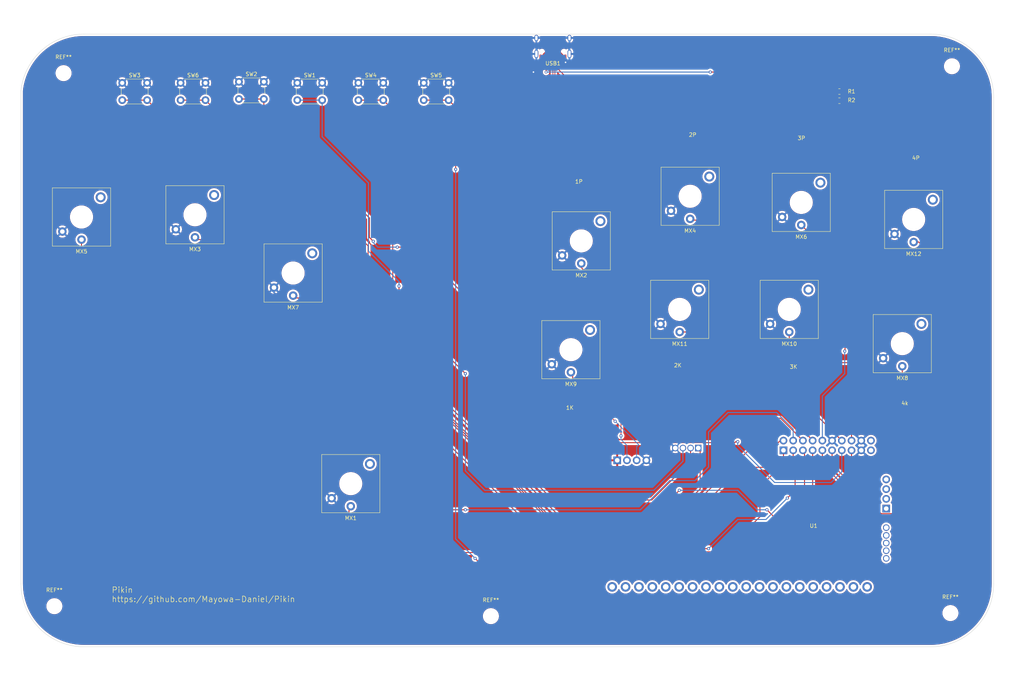
<source format=kicad_pcb>
(kicad_pcb (version 20211014) (generator pcbnew)
  (layers (0 "F.Cu" signal) (31 "B.Cu" signal) (34 "B.Paste" user) (35 "F.Paste" user) (36 "B.SilkS" user "B.Silkscreen") (37 "F.SilkS" user "F.Silkscreen") (38 "B.Mask" user) (39 "F.Mask" user) (44 "Edge.Cuts" user))
  (net 0 "")
  (net 1 "GND")
  (net 2 "Up")
  (net 3 "1P")
  (net 4 "Down")
  (net 5 "2P")
  (net 6 "Left")
  (net 7 "3P")
  (net 8 "Right")
  (net 9 "4K")
  (net 10 "1K")
  (net 11 "3K")
  (net 12 "2K")
  (net 13 "4P")
  (net 14 "Net-(R1-Pad2)")
  (net 15 "Net-(R2-Pad1)")
  (net 16 "RSB")
  (net 17 "LSB")
  (net 18 "Home")
  (net 19 "Select")
  (net 20 "Start")
  (net 21 "TouchPad")
  (net 22 "VCC")
  (net 25 "D-")
  (net 26 "D+")
  (footprint "Switch_Keyboard_Kailh:SW_Kailh_Choc_V2" (layer "F.Cu") (at 319 109.6 180)
    (fp_text reference "MX12" (at 0 -9) (layer "F.SilkS"))
    (fp_text value "MX-NoLED")
    (pad "" thru_hole circle locked (at -5 5.15 180) (size 2.6 2.6) (drill 1.6) (layers *.Cu "B.Mask"))
    (pad "" np_thru_hole circle locked (at 0 0 180) (size 5.05 5.05) (drill 5.05) (layers *.Cu *.Mask))
    (pad "1" thru_hole circle locked (at 0 -5.9 180) (size 2.2 2.2) (drill 1.2) (layers *.Cu "B.Mask") (net 13 "4P"))
    (pad "2" thru_hole circle locked (at 5 -3.8 180) (size 2.2 2.2) (drill 1.2) (layers *.Cu "B.Mask") (net 1 "GND"))
  )
  (footprint "Button_Switch_THT:SW_PUSH_6mm_H8.5mm" (layer "F.Cu") (at 127.56 73.95)
    (fp_text reference "SW6" (at 3.25 -2) (layer "F.SilkS"))
    (fp_text value "SW_Push")
    (pad "1" thru_hole circle (at 0 0 90) (size 2 2) (drill 1.1) (layers *.Cu *.Mask) (net 1 "GND"))
    (pad "1" thru_hole circle (at 6.5 0 90) (size 2 2) (drill 1.1) (layers *.Cu *.Mask) (net 1 "GND"))
    (pad "2" thru_hole circle (at 0 4.5 90) (size 2 2) (drill 1.1) (layers *.Cu *.Mask) (net 21 "TouchPad"))
    (pad "2" thru_hole circle (at 6.5 4.5 90) (size 2 2) (drill 1.1) (layers *.Cu *.Mask) (net 21 "TouchPad"))
  )
  (footprint "Button_Switch_THT:SW_PUSH_6mm_H8.5mm" (layer "F.Cu") (at 173.99 73.95)
    (fp_text reference "SW4" (at 3.25 -2) (layer "F.SilkS"))
    (fp_text value "SW_Push")
    (pad "1" thru_hole circle (at 0 0 90) (size 2 2) (drill 1.1) (layers *.Cu *.Mask) (net 1 "GND"))
    (pad "1" thru_hole circle (at 6.5 0 90) (size 2 2) (drill 1.1) (layers *.Cu *.Mask) (net 1 "GND"))
    (pad "2" thru_hole circle (at 6.5 4.5 90) (size 2 2) (drill 1.1) (layers *.Cu *.Mask) (net 19 "Select"))
    (pad "2" thru_hole circle (at 0 4.5 90) (size 2 2) (drill 1.1) (layers *.Cu *.Mask) (net 19 "Select"))
  )
  (footprint "Type-C:HRO-TYPE-C-31-M-12" (layer "F.Cu") (at 224.79 59.6 180)
    (fp_text reference "USB1" (at 0 -9.25) (layer "F.SilkS"))
    (fp_text value "HRO-TYPE-C-31-M-12")
    (pad "" np_thru_hole circle locked (at 2.89 -6.25 180) (size 0.65 0.65) (drill 0.65) (layers *.Cu *.Mask))
    (pad "" np_thru_hole circle locked (at -2.89 -6.25 180) (size 0.65 0.65) (drill 0.65) (layers *.Cu *.Mask))
    (pad "1" smd rect locked (at -3.225 -7.695 180) (size 0.6 1.45) (layers "F.Cu" "F.Paste" "F.Mask") (net 1 "GND"))
    (pad "2" smd rect locked (at -2.45 -7.695 180) (size 0.6 1.45) (layers "F.Cu" "F.Paste" "F.Mask") (net 22 "VCC"))
    (pad "3" smd rect locked (at -1.75 -7.695 180) (size 0.3 1.45) (layers "F.Cu" "F.Paste" "F.Mask"))
    (pad "4" smd rect locked (at -1.25 -7.695 180) (size 0.3 1.45) (layers "F.Cu" "F.Paste" "F.Mask") (net 15 "Net-(R2-Pad1)"))
    (pad "5" smd rect locked (at -0.75 -7.695 180) (size 0.3 1.45) (layers "F.Cu" "F.Paste" "F.Mask") (net 25 "D-"))
    (pad "6" smd rect locked (at -0.25 -7.695 180) (size 0.3 1.45) (layers "F.Cu" "F.Paste" "F.Mask") (net 26 "D+"))
    (pad "7" smd rect locked (at 0.25 -7.695 180) (size 0.3 1.45) (layers "F.Cu" "F.Paste" "F.Mask") (net 25 "D-"))
    (pad "8" smd rect locked (at 0.75 -7.695 180) (size 0.3 1.45) (layers "F.Cu" "F.Paste" "F.Mask") (net 26 "D+"))
    (pad "9" smd rect locked (at 1.25 -7.695 180) (size 0.3 1.45) (layers "F.Cu" "F.Paste" "F.Mask"))
    (pad "10" smd rect locked (at 1.75 -7.695 180) (size 0.3 1.45) (layers "F.Cu" "F.Paste" "F.Mask") (net 14 "Net-(R1-Pad2)"))
    (pad "11" smd rect locked (at 2.45 -7.695 180) (size 0.6 1.45) (layers "F.Cu" "F.Paste" "F.Mask") (net 22 "VCC"))
    (pad "12" smd rect locked (at 3.225 -7.695 180) (size 0.6 1.45) (layers "F.Cu" "F.Paste" "F.Mask") (net 1 "GND"))
    (pad "13" thru_hole oval locked (at 4.32 -6.78 180) (size 1 2.1) (drill oval 0.6 1.7) (layers *.Cu "B.Mask") (net 1 "GND"))
    (pad "13" thru_hole oval locked (at -4.32 -2.6 180) (size 1 1.6) (drill oval 0.6 1.2) (layers *.Cu "B.Mask") (net 1 "GND"))
    (pad "13" thru_hole oval locked (at 4.32 -2.6 180) (size 1 1.6) (drill oval 0.6 1.2) (layers *.Cu "B.Mask") (net 1 "GND"))
    (pad "13" thru_hole oval locked (at -4.32 -6.78 180) (size 1 2.1) (drill oval 0.6 1.7) (layers *.Cu "B.Mask") (net 1 "GND"))
  )
  (footprint "Switch_Keyboard_Kailh:SW_Kailh_Choc_V2" (layer "F.Cu") (at 316.0268 142.0368 180)
    (fp_text reference "MX8" (at 0 -9) (layer "F.SilkS"))
    (fp_text value "MX-NoLED")
    (pad "" thru_hole circle locked (at -5 5.15 180) (size 2.6 2.6) (drill 1.6) (layers *.Cu "B.Mask"))
    (pad "" np_thru_hole circle locked (at 0 0 180) (size 5.05 5.05) (drill 5.05) (layers *.Cu *.Mask))
    (pad "1" thru_hole circle locked (at 0 -5.9 180) (size 2.2 2.2) (drill 1.2) (layers *.Cu "B.Mask") (net 9 "4K"))
    (pad "2" thru_hole circle locked (at 5 -3.8 180) (size 2.2 2.2) (drill 1.2) (layers *.Cu "B.Mask") (net 1 "GND"))
  )
  (footprint "MountingHole:MountingHole_3.2mm_M3" (layer "F.Cu") (at 97 71.4)
    (fp_text reference "REF**" (at 0 -4.2) (layer "F.SilkS"))
    (fp_text value "MountingHole_3.2mm_M3")
    (pad "" np_thru_hole circle (at 0 0) (size 3.2 3.2) (drill 3.2) (layers *.Cu *.Mask))
  )
  (footprint "Switch_Keyboard_Kailh:SW_Kailh_Choc_V2" (layer "F.Cu") (at 232.2 115.2 180)
    (fp_text reference "MX2" (at 0 -9) (layer "F.SilkS"))
    (fp_text value "MX-NoLED")
    (pad "" thru_hole circle locked (at -5 5.15 180) (size 2.6 2.6) (drill 1.6) (layers *.Cu "B.Mask"))
    (pad "" np_thru_hole circle locked (at 0 0 180) (size 5.05 5.05) (drill 5.05) (layers *.Cu *.Mask))
    (pad "1" thru_hole circle locked (at 0 -5.9 180) (size 2.2 2.2) (drill 1.2) (layers *.Cu "B.Mask") (net 3 "1P"))
    (pad "2" thru_hole circle locked (at 5 -3.8 180) (size 2.2 2.2) (drill 1.2) (layers *.Cu "B.Mask") (net 1 "GND"))
  )
  (footprint "Resistor_SMD:R_0805_2012Metric_Pad1.20x1.40mm_HandSolder" (layer "F.Cu") (at 299.6 76.2 180)
    (fp_text reference "R1" (at -3.168 0.0254 180) (layer "F.SilkS"))
    (fp_text value "5.1k")
    (pad "1" smd roundrect (at -1 0 180) (size 1.2 1.4) (layers "F.Cu" "F.Paste" "F.Mask") (roundrect_rratio 0.208333) (net 1 "GND"))
    (pad "2" smd roundrect (at 1 0 180) (size 1.2 1.4) (layers "F.Cu" "F.Paste" "F.Mask") (roundrect_rratio 0.208333) (net 14 "Net-(R1-Pad2)"))
  )
  (footprint "Switch_Keyboard_Kailh:SW_Kailh_Choc_V2" (layer "F.Cu") (at 260.6294 103.5558 180)
    (fp_text reference "MX4" (at 0 -9) (layer "F.SilkS"))
    (fp_text value "MX-NoLED")
    (pad "" thru_hole circle locked (at -5 5.15 180) (size 2.6 2.6) (drill 1.6) (layers *.Cu "B.Mask"))
    (pad "" np_thru_hole circle locked (at 0 0 180) (size 5.05 5.05) (drill 5.05) (layers *.Cu *.Mask))
    (pad "1" thru_hole circle locked (at 0 -5.9 180) (size 2.2 2.2) (drill 1.2) (layers *.Cu "B.Mask") (net 5 "2P"))
    (pad "2" thru_hole circle locked (at 5 -3.8 180) (size 2.2 2.2) (drill 1.2) (layers *.Cu "B.Mask") (net 1 "GND"))
  )
  (footprint "MountingHole:MountingHole_3.2mm_M3" (layer "F.Cu") (at 94.6 210.6)
    (fp_text reference "REF**" (at 0 -4.2) (layer "F.SilkS"))
    (fp_text value "MountingHole_3.2mm_M3")
    (pad "" np_thru_hole circle (at 0 0) (size 3.2 3.2) (drill 3.2) (layers *.Cu *.Mask))
  )
  (footprint "Button_Switch_THT:SW_PUSH_6mm_H8.5mm" (layer "F.Cu") (at 112.32 73.95)
    (fp_text reference "SW3" (at 3.25 -2) (layer "F.SilkS"))
    (fp_text value "SW_Push")
    (pad "1" thru_hole circle (at 0 0 90) (size 2 2) (drill 1.1) (layers *.Cu *.Mask) (net 1 "GND"))
    (pad "1" thru_hole circle (at 6.5 0 90) (size 2 2) (drill 1.1) (layers *.Cu *.Mask) (net 1 "GND"))
    (pad "2" thru_hole circle (at 0 4.5 90) (size 2 2) (drill 1.1) (layers *.Cu *.Mask) (net 18 "Home"))
    (pad "2" thru_hole circle (at 6.5 4.5 90) (size 2 2) (drill 1.1) (layers *.Cu *.Mask) (net 18 "Home"))
  )
  (footprint "MountingHole:MountingHole_3.2mm_M3" (layer "F.Cu") (at 329 69.6)
    (fp_text reference "REF**" (at 0 -4.2) (layer "F.SilkS"))
    (fp_text value "MountingHole_3.2mm_M3")
    (pad "" np_thru_hole circle (at 0 0) (size 3.2 3.2) (drill 3.2) (layers *.Cu *.Mask))
  )
  (footprint "Button_Switch_THT:SW_PUSH_6mm_H8.5mm" (layer "F.Cu") (at 158.04 73.95)
    (fp_text reference "SW1" (at 3.25 -2) (layer "F.SilkS"))
    (fp_text value "SW_Push")
    (pad "1" thru_hole circle (at 0 0 90) (size 2 2) (drill 1.1) (layers *.Cu *.Mask) (net 1 "GND"))
    (pad "1" thru_hole circle (at 6.5 0 90) (size 2 2) (drill 1.1) (layers *.Cu *.Mask) (net 1 "GND"))
    (pad "2" thru_hole circle (at 6.5 4.5 90) (size 2 2) (drill 1.1) (layers *.Cu *.Mask) (net 16 "RSB"))
    (pad "2" thru_hole circle (at 0 4.5 90) (size 2 2) (drill 1.1) (layers *.Cu *.Mask) (net 16 "RSB"))
  )
  (footprint "Switch_Keyboard_Kailh:SW_Kailh_Choc_V2" (layer "F.Cu") (at 101.687 108.966 180)
    (fp_text reference "MX5" (at 0 -9) (layer "F.SilkS"))
    (fp_text value "MX-NoLED")
    (pad "" thru_hole circle locked (at -5 5.15 180) (size 2.6 2.6) (drill 1.6) (layers *.Cu "B.Mask"))
    (pad "" np_thru_hole circle locked (at 0 0 180) (size 5.05 5.05) (drill 5.05) (layers *.Cu *.Mask))
    (pad "1" thru_hole circle locked (at 0 -5.9 180) (size 2.2 2.2) (drill 1.2) (layers *.Cu "B.Mask") (net 6 "Left"))
    (pad "2" thru_hole circle locked (at 5 -3.8 180) (size 2.2 2.2) (drill 1.2) (layers *.Cu "B.Mask") (net 1 "GND"))
  )
  (footprint "MountingHole:MountingHole_3.2mm_M3" (layer "F.Cu") (at 208.6 213.2)
    (fp_text reference "REF**" (at 0 -4.2) (layer "F.SilkS"))
    (fp_text value "MountingHole_3.2mm_M3")
    (pad "" np_thru_hole circle (at 0 0) (size 3.2 3.2) (drill 3.2) (layers *.Cu *.Mask))
  )
  (footprint "Resistor_SMD:R_0805_2012Metric_Pad1.20x1.40mm_HandSolder" (layer "F.Cu") (at 299.6 78.6)
    (fp_text reference "R2" (at 3.168 -0.1394) (layer "F.SilkS"))
    (fp_text value "5.1k")
    (pad "1" smd roundrect (at -1 0) (size 1.2 1.4) (layers "F.Cu" "F.Paste" "F.Mask") (roundrect_rratio 0.208333) (net 15 "Net-(R2-Pad1)"))
    (pad "2" smd roundrect (at 1 0) (size 1.2 1.4) (layers "F.Cu" "F.Paste" "F.Mask") (roundrect_rratio 0.208333) (net 1 "GND"))
  )
  (footprint "Switch_Keyboard_Kailh:SW_Kailh_Choc_V2" (layer "F.Cu") (at 156.9466 123.5964 180)
    (fp_text reference "MX7" (at 0 -9) (layer "F.SilkS"))
    (fp_text value "MX-NoLED")
    (pad "" np_thru_hole circle locked (at 0 0 180) (size 5.05 5.05) (drill 5.05) (layers *.Cu *.Mask))
    (pad "" thru_hole circle locked (at -5 5.15 180) (size 2.6 2.6) (drill 1.6) (layers *.Cu "B.Mask"))
    (pad "1" thru_hole circle locked (at 0 -5.9 180) (size 2.2 2.2) (drill 1.2) (layers *.Cu "B.Mask") (net 8 "Right"))
    (pad "2" thru_hole circle locked (at 5 -3.8 180) (size 2.2 2.2) (drill 1.2) (layers *.Cu "B.Mask") (net 1 "GND"))
  )
  (footprint "Switch_Keyboard_Kailh:SW_Kailh_Choc_V2" (layer "F.Cu") (at 289.647 105.156 180)
    (fp_text reference "MX6" (at 0 -9) (layer "F.SilkS"))
    (fp_text value "MX-NoLED")
    (pad "" np_thru_hole circle locked (at 0 0 180) (size 5.05 5.05) (drill 5.05) (layers *.Cu *.Mask))
    (pad "" thru_hole circle locked (at -5 5.15 180) (size 2.6 2.6) (drill 1.6) (layers *.Cu "B.Mask"))
    (pad "1" thru_hole circle locked (at 0 -5.9 180) (size 2.2 2.2) (drill 1.2) (layers *.Cu "B.Mask") (net 7 "3P"))
    (pad "2" thru_hole circle locked (at 5 -3.8 180) (size 2.2 2.2) (drill 1.2) (layers *.Cu "B.Mask") (net 1 "GND"))
  )
  (footprint "Button_Switch_THT:SW_PUSH_6mm_H8.5mm" (layer "F.Cu") (at 191.06 73.95)
    (fp_text reference "SW5" (at 3.25 -2) (layer "F.SilkS"))
    (fp_text value "SW_Push")
    (pad "1" thru_hole circle (at 0 0 90) (size 2 2) (drill 1.1) (layers *.Cu *.Mask) (net 1 "GND"))
    (pad "1" thru_hole circle (at 6.5 0 90) (size 2 2) (drill 1.1) (layers *.Cu *.Mask) (net 1 "GND"))
    (pad "2" thru_hole circle (at 0 4.5 90) (size 2 2) (drill 1.1) (layers *.Cu *.Mask) (net 20 "Start"))
    (pad "2" thru_hole circle (at 6.5 4.5 90) (size 2 2) (drill 1.1) (layers *.Cu *.Mask) (net 20 "Start"))
  )
  (footprint "Switch_Keyboard_Kailh:SW_Kailh_Choc_V2" (layer "F.Cu") (at 229.489 143.6116 180)
    (fp_text reference "MX9" (at 0 -9) (layer "F.SilkS"))
    (fp_text value "MX-NoLED")
    (pad "" thru_hole circle locked (at -5 5.15 180) (size 2.6 2.6) (drill 1.6) (layers *.Cu "B.Mask"))
    (pad "" np_thru_hole circle locked (at 0 0 180) (size 5.05 5.05) (drill 5.05) (layers *.Cu *.Mask))
    (pad "1" thru_hole circle locked (at 0 -5.9 180) (size 2.2 2.2) (drill 1.2) (layers *.Cu "B.Mask") (net 10 "1K"))
    (pad "2" thru_hole circle locked (at 5 -3.8 180) (size 2.2 2.2) (drill 1.2) (layers *.Cu "B.Mask") (net 1 "GND"))
  )
  (footprint "Brook_UFB:Brook_Universal_Fighting_Board" (layer "F.Cu") (at 292.864049 190.103505 180)
    (fp_text reference "U1" (at 0 0.5) (layer "F.SilkS"))
    (fp_text value "brook_ufb")
    (pad "1" thru_hole circle locked (at -14.98 20.21 180) (size 2 2) (drill 1.2) (layers *.Cu *.Mask))
    (pad "2" thru_hole circle locked (at -14.98 22.75 180) (size 2 2) (drill 1.2) (layers *.Cu *.Mask))
    (pad "3" thru_hole circle locked (at -12.45 20.21 180) (size 2 2) (drill 1.2) (layers *.Cu *.Mask) (net 1 "GND"))
    (pad "4" thru_hole circle locked (at -12.45 22.75 180) (size 2 2) (drill 1.2) (layers *.Cu *.Mask) (net 1 "GND"))
    (pad "5" thru_hole circle locked (at -9.91 20.2 180) (size 2 2) (drill 1.2) (layers *.Cu *.Mask) (net 11 "3K"))
    (pad "6" thru_hole circle locked (at -9.91 22.75 180) (size 2 2) (drill 1.2) (layers *.Cu *.Mask) (net 9 "4K"))
    (pad "7" thru_hole circle locked (at -7.37 20.21332 180) (size 2 2) (drill 1.2) (layers *.Cu *.Mask) (net 10 "1K"))
    (pad "8" thru_hole circle locked (at -7.37 22.75 180) (size 2 2) (drill 1.2) (layers *.Cu *.Mask) (net 12 "2K"))
    (pad "9" thru_hole circle locked (at -4.83 20.21 180) (size 2 2) (drill 1.2) (layers *.Cu *.Mask) (net 13 "4P"))
    (pad "10" thru_hole circle locked (at -4.83 22.75 180) (size 2 2) (drill 1.2) (layers *.Cu *.Mask) (net 1 "GND"))
    (pad "11" thru_hole circle locked (at -2.29 20.21 180) (size 2 2) (drill 1.2) (layers *.Cu *.Mask) (net 5 "2P"))
    (pad "12" thru_hole circle locked (at -2.29 22.75 180) (size 2 2) (drill 1.2) (layers *.Cu *.Mask) (net 7 "3P"))
    (pad "13" thru_hole circle locked (at 0.25 20.21 180) (size 2 2) (drill 1.2) (layers *.Cu *.Mask) (net 20 "Start"))
    (pad "14" thru_hole circle locked (at 0.25 22.75 180) (size 2 2) (drill 1.2) (layers *.Cu *.Mask) (net 3 "1P"))
    (pad "15" thru_hole circle locked (at 2.79 20.21 180) (size 2 2) (drill 1.2) (layers *.Cu *.Mask) (net 19 "Select"))
    (pad "16" thru_hole circle locked (at 2.79 22.75 180) (size 2 2) (drill 1.2) (layers *.Cu *.Mask) (net 18 "Home"))
    (pad "17" thru_hole circle locked (at 5.33 20.21 180) (size 2 2) (drill 1.2) (layers *.Cu *.Mask) (net 8 "Right"))
    (pad "18" thru_hole circle locked (at 5.33 22.75 180) (size 2 2) (drill 1.2) (layers *.Cu *.Mask) (net 6 "Left"))
    (pad "19" thru_hole rect locked (at 7.87 20.21 180) (size 2 2) (drill 1.2) (layers *.Cu *.Mask) (net 2 "Up"))
    (pad "20" thru_hole circle locked (at 7.87 22.75 180) (size 2 2) (drill 1.2) (layers *.Cu *.Mask) (net 4 "Down"))
    (pad "21" thru_hole circle locked (at -18.97 12.61 180) (size 2 2) (drill 1.2) (layers *.Cu *.Mask))
    (pad "22" thru_hole circle locked (at -18.97 10.07 180) (size 2 2) (drill 1.2) (layers *.Cu *.Mask))
    (pad "23" thru_hole circle locked (at -18.97 7.53 180) (size 2 2) (drill 1.2) (layers *.Cu *.Mask))
    (pad "24" thru_hole rect locked (at -18.97 4.99 180) (size 2 2) (drill 1.2) (layers *.Cu *.Mask))
    (pad "25" thru_hole circle locked (at -18.97 0.014 180) (size 1.7 1.7) (drill 1.2) (layers *.Cu *.Mask))
    (pad "26" thru_hole circle locked (at -18.97 -2.014 180) (size 1.7 1.7) (drill 1.2) (layers *.Cu *.Mask))
    (pad "27" thru_hole circle locked (at -18.97 -4.014 180) (size 1.7 1.7) (drill 1.2) (layers *.Cu *.Mask))
    (pad "28" thru_hole circle locked (at -18.97 -6.014 180) (size 1.7 1.7) (drill 1.2) (layers *.Cu *.Mask))
    (pad "29" thru_hole circle locked (at -18.97 -8.014 180) (size 1.7 1.7) (drill 1.2) (layers *.Cu *.Mask))
    (pad "30" thru_hole rect locked (at 30.124 20.806 180) (size 1.7 1.7) (drill 1.2) (layers *.Cu *.Mask) (net 21 "TouchPad"))
    (pad "31" thru_hole circle locked (at 32.124 20.806 180) (size 1.7 1.7) (drill 1.2) (layers *.Cu *.Mask) (net 17 "LSB"))
    (pad "32" thru_hole circle locked (at 34.124 20.806 180) (size 1.7 1.7) (drill 1.2) (layers *.Cu *.Mask) (net 16 "RSB"))
    (pad "33" thru_hole circle locked (at 36.124 20.806 180) (size 1.7 1.7) (drill 1.2) (layers *.Cu *.Mask) (net 1 "GND"))
    (pad "34" thru_hole circle locked (at 43.661 17.602 180) (size 2 2) (drill 1.2) (layers *.Cu *.Mask) (net 1 "GND"))
    (pad "35" thru_hole circle locked (at 46.201 17.602 180) (size 2 2) (drill 1.2) (layers *.Cu *.Mask) (net 26 "D+"))
    (pad "36" thru_hole circle locked (at 48.741 17.602 180) (size 2 2) (drill 1.2) (layers *.Cu *.Mask) (net 25 "D-"))
    (pad "37" thru_hole rect locked (at 51.281 17.602 180) (size 2 2) (drill 1.2) (layers *.Cu *.Mask) (net 22 "VCC"))
    (pad "38" thru_hole circle locked (at -13.986 -15.455 180) (size 2.5 2.5) (drill 1.5) (layers *.Cu *.Mask))
    (pad "39" thru_hole circle locked (at -10.396 -15.455 180) (size 2.5 2.5) (drill 1.5) (layers *.Cu *.Mask))
    (pad "40" thru_hole circle locked (at -6.896 -15.455 180) (size 2.5 2.5) (drill 1.5) (layers *.Cu *.Mask))
    (pad "41" thru_hole circle locked (at -3.396 -15.455 180) (size 2.5 2.5) (drill 1.5) (layers *.Cu *.Mask))
    (pad "42" thru_hole circle locked (at 0.104 -15.455 180) (size 2.5 2.5) (drill 1.5) (layers *.Cu *.Mask))
    (pad "43" thru_hole circle locked (at 3.604 -15.455 180) (size 2.5 2.5) (drill 1.5) (layers *.Cu *.Mask))
    (pad "44" thru_hole circle locked (at 7.104 -15.455 180) (size 2.5 2.5) (drill 1.5) (layers *.Cu *.Mask))
    (pad "45" thru_hole circle locked (at 10.604 -15.455 180) (size 2.5 2.5) (drill 1.5) (layers *.Cu *.Mask))
    (pad "46" thru_hole circle locked (at 14.104 -15.455 180) (size 2.5 2.5) (drill 1.5) (layers *.Cu *.Mask))
    (pad "47" thru_hole circle locked (at 17.604 -15.455 180) (size 2.5 2.5) (drill 1.5) (layers *.Cu *.Mask))
    (pad "48" thru_hole circle locked (at 21.104 -15.455 180) (size 2.5 2.5) (drill 1.5) (layers *.Cu *.Mask))
    (pad "49" thru_hole circle locked (at 24.604 -15.455 180) (size 2.5 2.5) (drill 1.5) (layers *.Cu *.Mask))
    (pad "50" thru_hole circle locked (at 28.104 -15.455 180) (size 2.5 2.5) (drill 1.5) (layers *.Cu *.Mask))
    (pad "51" thru_hole circle locked (at 31.604 -15.455 180) (size 2.5 2.5) (drill 1.5) (layers *.Cu *.Mask))
    (pad "52" thru_hole circle locked (at 35.104 -15.455 180) (size 2.5 2.5) (drill 1.5) (layers *.Cu *.Mask))
    (pad "53" thru_hole circle locked (at 38.604 -15.455 180) (size 2.5 2.5) (drill 1.5) (layers *.Cu *.Mask))
    (pad "54" thru_hole circle locked (at 42.104 -15.455 180) (size 2.5 2.5) (drill 1.5) (layers *.Cu *.Mask))
    (pad "55" thru_hole circle locked (at 45.604 -15.455 180) (size 2.5 2.5) (drill 1.5) (layers *.Cu *.Mask))
    (pad "56" thru_hole circle locked (at 49.104 -15.455 180) (size 2.5 2.5) (drill 1.5) (layers *.Cu *.Mask))
    (pad "57" thru_hole circle locked (at 52.604 -15.455 180) (size 2.5 2.5) (drill 1.5) (layers *.Cu *.Mask))
  )
  (footprint "Switch_Keyboard_Kailh:SW_Kailh_Choc_V2" (layer "F.Cu") (at 257.897 133.096 180)
    (fp_text reference "MX11" (at 0 -9) (layer "F.SilkS"))
    (fp_text value "MX-NoLED")
    (pad "" thru_hole circle locked (at -5 5.15 180) (size 2.6 2.6) (drill 1.6) (layers *.Cu "B.Mask"))
    (pad "" np_thru_hole circle locked (at 0 0 180) (size 5.05 5.05) (drill 5.05) (layers *.Cu *.Mask))
    (pad "1" thru_hole circle locked (at 0 -5.9 180) (size 2.2 2.2) (drill 1.2) (layers *.Cu "B.Mask") (net 12 "2K"))
    (pad "2" thru_hole circle locked (at 5 -3.8 180) (size 2.2 2.2) (drill 1.2) (layers *.Cu "B.Mask") (net 1 "GND"))
  )
  (footprint "Switch_Keyboard_Kailh:SW_Kailh_Choc_V2" (layer "F.Cu") (at 286.512 133.096 180)
    (fp_text reference "MX10" (at 0 -9) (layer "F.SilkS"))
    (fp_text value "MX-NoLED")
    (pad "" np_thru_hole circle locked (at 0 0 180) (size 5.05 5.05) (drill 5.05) (layers *.Cu *.Mask))
    (pad "" thru_hole circle locked (at -5 5.15 180) (size 2.6 2.6) (drill 1.6) (layers *.Cu "B.Mask"))
    (pad "1" thru_hole circle locked (at 0 -5.9 180) (size 2.2 2.2) (drill 1.2) (layers *.Cu "B.Mask") (net 11 "3K"))
    (pad "2" thru_hole circle locked (at 5 -3.8 180) (size 2.2 2.2) (drill 1.2) (layers *.Cu "B.Mask") (net 1 "GND"))
  )
  (footprint "MountingHole:MountingHole_3.2mm_M3" (layer "F.Cu") (at 328.6 212.4)
    (fp_text reference "REF**" (at 0 -4.2) (layer "F.SilkS"))
    (fp_text value "MountingHole_3.2mm_M3")
    (pad "" np_thru_hole circle (at 0 0) (size 3.2 3.2) (drill 3.2) (layers *.Cu *.Mask))
  )
  (footprint "Switch_Keyboard_Kailh:SW_Kailh_Choc_V2" (layer "F.Cu") (at 131.318 108.3818 180)
    (fp_text reference "MX3" (at 0 -9) (layer "F.SilkS"))
    (fp_text value "MX-NoLED")
    (pad "" np_thru_hole circle locked (at 0 0 180) (size 5.05 5.05) (drill 5.05) (layers *.Cu *.Mask))
    (pad "" thru_hole circle locked (at -5 5.15 180) (size 2.6 2.6) (drill 1.6) (layers *.Cu "B.Mask"))
    (pad "1" thru_hole circle locked (at 0 -5.9 180) (size 2.2 2.2) (drill 1.2) (layers *.Cu "B.Mask") (net 4 "Down"))
    (pad "2" thru_hole circle locked (at 5 -3.8 180) (size 2.2 2.2) (drill 1.2) (layers *.Cu "B.Mask") (net 1 "GND"))
  )
  (footprint "Switch_Keyboard_Kailh:SW_Kailh_Choc_V2" (layer "F.Cu") (at 172 178.6 180)
    (fp_text reference "MX1" (at 0 -9) (layer "F.SilkS"))
    (fp_text value "MX-NoLED")
    (pad "" thru_hole circle locked (at -5 5.15 180) (size 2.6 2.6) (drill 1.6) (layers *.Cu "B.Mask"))
    (pad "" np_thru_hole circle locked (at 0 0 180) (size 5.05 5.05) (drill 5.05) (layers *.Cu *.Mask))
    (pad "1" thru_hole circle locked (at 0 -5.9 180) (size 2.2 2.2) (drill 1.2) (layers *.Cu "B.Mask") (net 2 "Up"))
    (pad "2" thru_hole circle locked (at 5 -3.8 180) (size 2.2 2.2) (drill 1.2) (layers *.Cu "B.Mask") (net 1 "GND"))
  )
  (footprint "Button_Switch_THT:SW_PUSH_6mm_H8.5mm" (layer "F.Cu") (at 142.8 73.66)
    (fp_text reference "SW2" (at 3.25 -2) (layer "F.SilkS"))
    (fp_text value "SW_Push")
    (pad "1" thru_hole circle (at 0 0 90) (size 2 2) (drill 1.1) (layers *.Cu *.Mask) (net 1 "GND"))
    (pad "1" thru_hole circle (at 6.5 0 90) (size 2 2) (drill 1.1) (layers *.Cu *.Mask) (net 1 "GND"))
    (pad "2" thru_hole circle (at 6.5 4.5 90) (size 2 2) (drill 1.1) (layers *.Cu *.Mask) (net 17 "LSB"))
    (pad "2" thru_hole circle (at 0 4.5 90) (size 2 2) (drill 1.1) (layers *.Cu *.Mask) (net 17 "LSB"))
  )
  (gr_line (start 102.341 61.203) (end 323.425 61.2026) (layer "Edge.Cuts") (width 0.1))
  (gr_line (start 339.8834 77.661) (end 339.8834 204.745) (layer "Edge.Cuts") (width 0.1))
  (gr_line (start 323.425 221.203) (end 102.341 221.203) (layer "Edge.Cuts") (width 0.1))
  (gr_arc (start 102.341 221.203) (mid 90.703178 216.382705) (end 85.8826 204.745) (layer "Edge.Cuts") (width 0.1))
  (gr_arc (start 323.425 61.2026) (mid 335.062846 66.023154) (end 339.8834 77.661) (layer "Edge.Cuts") (width 0.1))
  (gr_arc (start 339.8834 204.745) (mid 335.062821 216.382704) (end 323.425 221.203) (layer "Edge.Cuts") (width 0.1))
  (gr_line (start 85.8826 75.946) (end 85.8826 204.745) (layer "Edge.Cuts") (width 0.1))
  (gr_arc (start 85.8826 75.946) (mid 91.29298 65.4277) (end 102.341 61.203) (layer "Edge.Cuts") (width 0.1))
  (gr_text "Pikin\nhttps://github.com/Mayowa-Daniel/Pikin\n" (at 109.4994 207.5688) (layer "F.SilkS") (effects (font (size 1.5 1.5)) (justify left)))
  (gr_text "3P\n" (at 289.687 88.3666) (layer "F.SilkS") (effects (font (size 1 1))))
  (gr_text "3K" (at 287.6296 148.082) (layer "F.SilkS") (effects (font (size 1 1))))
  (gr_text "4P\n" (at 319.5828 93.5482) (layer "F.SilkS") (effects (font (size 1 1))))
  (gr_text "1K" (at 229.2096 158.7754) (layer "F.SilkS") (effects (font (size 1 1))))
  (gr_text "1P\n" (at 231.5718 99.7204) (layer "F.SilkS") (effects (font (size 1 1))))
  (gr_text "2P\n" (at 261.2898 87.503) (layer "F.SilkS") (effects (font (size 1 1))))
  (gr_text "2K" (at 257.4036 147.701) (layer "F.SilkS") (effects (font (size 1 1))))
  (gr_text "4k" (at 316.6872 157.607) (layer "F.SilkS") (effects (font (size 1 1))))
  (segment (start 300.6 76.2) (end 300.6 78.4) (width 0.381) (layer "F.Cu") (net 1))
  (segment (start 300.6 78.4) (end 300.4 78.6) (width 0.381) (layer "F.Cu") (net 1))
  (segment (start 301 73.8) (end 301 75.8) (width 0.381) (layer "F.Cu") (net 1))
  (segment (start 221.565 68.503) (end 221.565 67.11) (width 0.381) (layer "F.Cu") (net 1))
  (segment (start 219.71 71.12) (end 221.488 69.342) (width 0.381) (layer "F.Cu") (net 1))
  (segment (start 221.488 69.342) (end 221.488 68.58) (width 0.381) (layer "F.Cu") (net 1))
  (segment (start 229.11 66.38) (end 293.58 66.38) (width 0.381) (layer "F.Cu") (net 1))
  (segment (start 228.092 68.293) (end 228.015 68.216) (width 0.381) (layer "F.Cu") (net 1))
  (segment (start 301 75.8) (end 300.6 76.2) (width 0.381) (layer "F.Cu") (net 1))
  (segment (start 221.488 68.58) (end 221.565 68.503) (width 0.381) (layer "F.Cu") (net 1))
  (segment (start 228.015 68.216) (end 228.015 67.11) (width 0.381) (layer "F.Cu") (net 1))
  (segment (start 293.58 66.38) (end 301 73.8) (width 0.381) (layer "F.Cu") (net 1))
  (segment (start 228.092 68.58) (end 228.092 68.293) (width 0.381) (layer "F.Cu") (net 1))
  (via (at 228.092 68.58) (size 0.8) (drill 0.4) (layers "F.Cu" "B.Cu") (net 1))
  (via (at 219.71 71.12) (size 0.8) (drill 0.4) (layers "F.Cu" "B.Cu") (net 1))
  (segment (start 229.11 65.28) (end 229.11 66.195) (width 0.381) (layer "B.Cu") (net 1))
  (segment (start 225.814998 70.60298) (end 223.524526 70.60298) (width 0.381) (layer "B.Cu") (net 1))
  (segment (start 229.11 62.015) (end 220.47 62.015) (width 0.381) (layer "B.Cu") (net 1))
  (segment (start 219.71 71.12) (end 219.71 73.66) (width 0.381) (layer "B.Cu") (net 1))
  (segment (start 219.71 71.12) (end 219.71 70.329989) (width 0.381) (layer "B.Cu") (net 1))
  (segment (start 225.444 147.056) (end 225.5 147) (width 0.381) (layer "B.Cu") (net 1))
  (segment (start 227.964989 68.452989) (end 225.814998 70.60298) (width 0.381) (layer "B.Cu") (net 1))
  (segment (start 220.47 66.195) (end 220.47 65.28) (width 0.381) (layer "B.Cu") (net 1))
  (segment (start 151.297 128.006) (end 152.567 129.276) (width 0.381) (layer "B.Cu") (net 1))
  (segment (start 223.301535 70.379989) (end 220.711487 70.379989) (width 0.381) (layer "B.Cu") (net 1))
  (segment (start 220.47 65.28) (end 222.25 63.5) (width 0.381) (layer "B.Cu") (net 1))
  (segment (start 228.092 68.58) (end 227.964989 68.452989) (width 0.381) (layer "B.Cu") (net 1))
  (segment (start 220.47 69.569989) (end 220.47 66.195) (width 0.381) (layer "B.Cu") (net 1))
  (segment (start 229.11 62.015) (end 229.11 66.195) (width 0.381) (layer "B.Cu") (net 1))
  (segment (start 220.47 62.015) (end 220.47 66.195) (width 0.381) (layer "B.Cu") (net 1))
  (segment (start 222.25 63.5) (end 227.33 63.5) (width 0.381) (layer "B.Cu") (net 1))
  (segment (start 220.711487 70.379989) (end 219.71 71.381476) (width 0.381) (layer "B.Cu") (net 1))
  (segment (start 224.957 147.056) (end 225.444 147.056) (width 0.381) (layer "B.Cu") (net 1))
  (segment (start 227.33 63.5) (end 229.11 65.28) (width 0.381) (layer "B.Cu") (net 1))
  (segment (start 219.71 70.329989) (end 220.47 69.569989) (width 0.381) (layer "B.Cu") (net 1))
  (segment (start 281.512 136.896) (end 282.017 136.896) (width 0.381) (layer "B.Cu") (net 1))
  (segment (start 223.524526 70.60298) (end 223.301535 70.379989) (width 0.381) (layer "B.Cu") (net 1))
  (segment (start 269.69 196.4) (end 278.856511 187.233489) (width 0.254) (layer "F.Cu") (net 2))
  (segment (start 284.994049 173.335951) (end 284.994049 169.893505) (width 0.254) (layer "F.Cu") (net 2))
  (segment (start 171.537 191.516) (end 176.617 196.596) (width 0.254) (layer "F.Cu") (net 2))
  (segment (start 278.856511 184.693489) (end 280.842511 182.707489) (width 0.254) (layer "F.Cu") (net 2))
  (segment (start 204.966557 196.596) (end 205.162557 196.4) (width 0.254) (layer "F.Cu") (net 2))
  (segment (start 205.162557 196.4) (end 269.69 196.4) (width 0.254) (layer "F.Cu") (net 2))
  (segment (start 280.842511 182.707489) (end 280.842511 177.487489) (width 0.254) (layer "F.Cu") (net 2))
  (segment (start 278.856511 187.233489) (end 278.856511 184.693489) (width 0.254) (layer "F.Cu") (net 2))
  (segment (start 176.617 196.596) (end 204.966557 196.596) (width 0.254) (layer "F.Cu") (net 2))
  (segment (start 171.537 184.716) (end 171.537 191.516) (width 0.254) (layer "F.Cu") (net 2))
  (segment (start 280.842511 177.487489) (end 284.994049 173.335951) (width 0.254) (layer "F.Cu") (net 2))
  (segment (start 231.227 121.216) (end 233.68 123.669) (width 0.254) (layer "F.Cu") (net 3))
  (segment (start 262.89 158.39) (end 283.745374 158.39) (width 0.254) (layer "F.Cu") (net 3))
  (segment (start 283.745374 158.39) (end 292.661464 167.30609) (width 0.254) (layer "F.Cu") (net 3))
  (segment (start 233.68 129.18) (end 262.89 158.39) (width 0.254) (layer "F.Cu") (net 3))
  (segment (start 233.68 123.669) (end 233.68 129.18) (width 0.254) (layer "F.Cu") (net 3))
  (segment (start 175.62296 140.075708) (end 175.62296 124.48196) (width 0.254) (layer "F.Cu") (net 4))
  (segment (start 255.27 193.04) (end 228.587252 193.04) (width 0.254) (layer "F.Cu") (net 4))
  (segment (start 146.137 108.966) (end 140.237 114.866) (width 0.254) (layer "F.Cu") (net 4))
  (segment (start 140.237 114.866) (end 130.897 114.866) (width 0.254) (layer "F.Cu") (net 4))
  (segment (start 283 169) (end 283 168.5) (width 0.254) (layer "F.Cu") (net 4))
  (segment (start 281.454489 174.335511) (end 273.974489 174.335511) (width 0.254) (layer "F.Cu") (net 4))
  (segment (start 283 169) (end 283 172.79) (width 0.254) (layer "F.Cu") (net 4))
  (segment (start 175.62296 124.48196) (end 160.107 108.966) (width 0.254) (layer "F.Cu") (net 4))
  (segment (start 228.587252 193.04) (end 175.62296 140.075708) (width 0.254) (layer "F.Cu") (net 4))
  (segment (start 283 168.5) (end 284 167.5) (width 0.254) (layer "F.Cu") (net 4))
  (segment (start 160.107 108.966) (end 146.137 108.966) (width 0.254) (layer "F.Cu") (net 4))
  (segment (start 273.974489 174.335511) (end 255.27 193.04) (width 0.254) (layer "F.Cu") (net 4))
  (segment (start 283 172.79) (end 281.454489 174.335511) (width 0.254) (layer "F.Cu") (net 4))
  (segment (start 295.154049 169.893505) (end 295.154049 173.517071) (width 0.254) (layer "F.Cu") (net 5))
  (segment (start 271.047 109.786) (end 260.437 109.786) (width 0.254) (layer "F.Cu") (net 5))
  (segment (start 290.917 89.916) (end 271.047 109.786) (width 0.254) (layer "F.Cu") (net 5))
  (segment (start 333.756 180.594) (end 333.756 94.234) (width 0.254) (layer "F.Cu") (net 5))
  (segment (start 326.35 188) (end 333.756 180.594) (width 0.254) (layer "F.Cu") (net 5))
  (segment (start 295.154049 173.517071) (end 309.636978 188) (width 0.254) (layer "F.Cu") (net 5))
  (segment (start 329.438 89.916) (end 290.917 89.916) (width 0.254) (layer "F.Cu") (net 5))
  (segment (start 333.756 94.234) (end 329.438 89.916) (width 0.254) (layer "F.Cu") (net 5))
  (segment (start 309.636978 188) (end 326.35 188) (width 0.254) (layer "F.Cu") (net 5))
  (segment (start 185.587 162.56) (end 189.23 166.203) (width 0.254) (layer "F.Cu") (net 6))
  (segment (start 189.23 177.459) (end 197.191 185.42) (width 0.254) (layer "F.Cu") (net 6))
  (segment (start 101.687 125.476) (end 110.577 134.366) (width 0.254) (layer "F.Cu") (net 6))
  (segment (start 110.577 140.607) (end 132.53 162.56) (width 0.254) (layer "F.Cu") (net 6))
  (segment (start 101.687 114.866) (end 101.687 125.476) (width 0.254) (layer "F.Cu") (net 6))
  (segment (start 189.23 166.203) (end 189.23 177.459) (width 0.254) (layer "F.Cu") (net 6))
  (segment (start 132.53 162.56) (end 185.587 162.56) (width 0.254) (layer "F.Cu") (net 6))
  (segment (start 197.191 185.42) (end 201.93 185.42) (width 0.254) (layer "F.Cu") (net 6))
  (segment (start 110.577 134.366) (end 110.577 140.607) (width 0.254) (layer "F.Cu") (net 6))
  (via (at 201.93 185.42) (size 0.8) (drill 0.4) (layers "F.Cu" "B.Cu") (net 6))
  (segment (start 247.65 185.42) (end 255.27 177.8) (width 0.254) (layer "B.Cu") (net 6))
  (segment (start 283.21 160.02) (end 287.534049 164.344049) (width 0.254) (layer "B.Cu") (net 6))
  (segment (start 201.93 185.42) (end 247.65 185.42) (width 0.254) (layer "B.Cu") (net 6))
  (segment (start 265.43 165.1) (end 270.51 160.02) (width 0.254) (layer "B.Cu") (net 6))
  (segment (start 265.43 174.232557) (end 265.43 165.1) (width 0.254) (layer "B.Cu") (net 6))
  (segment (start 261.862557 177.8) (end 265.43 174.232557) (width 0.254) (layer "B.Cu") (net 6))
  (segment (start 270.51 160.02) (end 283.21 160.02) (width 0.254) (layer "B.Cu") (net 6))
  (segment (start 287.534049 164.344049) (end 287.534049 167.353505) (width 0.254) (layer "B.Cu") (net 6))
  (segment (start 255.27 177.8) (end 261.862557 177.8) (width 0.254) (layer "B.Cu") (net 6))
  (segment (start 301.077 122.486) (end 289.647 111.056) (width 0.254) (layer "F.Cu") (net 7))
  (segment (start 300.99 144) (end 301.077 143.913) (width 0.254) (layer "F.Cu") (net 7))
  (segment (start 301.077 143.913) (end 301.077 122.486) (width 0.254) (layer "F.Cu") (net 7))
  (via (at 300.99 144) (size 0.8) (drill 0.4) (layers "F.Cu" "B.Cu") (net 7))
  (segment (start 295.154049 155.695951) (end 295.154049 167.353505) (width 0.254) (layer "B.Cu") (net 7))
  (segment (start 300.99 144) (end 300.99 149.86) (width 0.254) (layer "B.Cu") (net 7))
  (segment (start 300.99 149.86) (end 295.154049 155.695951) (width 0.254) (layer "B.Cu") (net 7))
  (segment (start 265.43 195.58) (end 224.79 195.58) (width 0.254) (layer "F.Cu") (net 8))
  (segment (start 288.04 172.96) (end 287.534049 172.454049) (width 0.254) (layer "F.Cu") (net 8))
  (segment (start 287.534049 172.454049) (end 287.534049 169.893505) (width 0.254) (layer "F.Cu") (net 8))
  (segment (start 224.79 195.58) (end 159.316 130.106) (width 0.254) (layer "F.Cu") (net 8))
  (segment (start 159.316 130.106) (end 156.297 130.106) (width 0.254) (layer "F.Cu") (net 8))
  (segment (start 288.04 180.336) (end 288.04 172.96) (width 0.254) (layer "F.Cu") (net 8))
  (segment (start 286.004 182.372) (end 288.04 180.336) (width 0.254) (layer "F.Cu") (net 8))
  (via (at 286.004 182.372) (size 0.8) (drill 0.4) (layers "F.Cu" "B.Cu") (net 8))
  (via (at 265.43 195.58) (size 0.8) (drill 0.4) (layers "F.Cu" "B.Cu") (net 8))
  (segment (start 280.416 187.96) (end 286.004 182.372) (width 0.254) (layer "B.Cu") (net 8))
  (segment (start 273.05 187.96) (end 280.416 187.96) (width 0.254) (layer "B.Cu") (net 8))
  (segment (start 265.43 195.58) (end 273.05 187.96) (width 0.254) (layer "B.Cu") (net 8))
  (segment (start 316.0268 147.1268) (end 316.0268 152.4362) (width 0.254) (layer "F.Cu") (net 9))
  (segment (start 316.0268 152.4362) (end 302.774049 165.688951) (width 0.254) (layer "F.Cu") (net 9))
  (segment (start 302.774049 165.688951) (end 302.774049 167.353505) (width 0.254) (layer "F.Cu") (net 9))
  (segment (start 272.542 167.64) (end 272.288 167.894) (width 0.254) (layer "F.Cu") (net 10))
  (segment (start 272.288 167.894) (end 236.924 167.894) (width 0.254) (layer "F.Cu") (net 10))
  (segment (start 229.957 160.927) (end 229.957 149.156) (width 0.254) (layer "F.Cu") (net 10))
  (segment (start 273.05 167.64) (end 272.542 167.64) (width 0.254) (layer "F.Cu") (net 10))
  (segment (start 236.924 167.894) (end 229.957 160.927) (width 0.254) (layer "F.Cu") (net 10))
  (via (at 273.05 167.64) (size 0.8) (drill 0.4) (layers "F.Cu" "B.Cu") (net 10))
  (segment (start 273.05 167.64) (end 273.05 168.656) (width 0.254) (layer "B.Cu") (net 10))
  (segment (start 282.702 178.308) (end 297.434 178.308) (width 0.254) (layer "B.Cu") (net 10))
  (segment (start 273.05 168.656) (end 282.702 178.308) (width 0.254) (layer "B.Cu") (net 10))
  (segment (start 297.434 178.308) (end 300.234049 175.507951) (width 0.254) (layer "B.Cu") (net 10))
  (segment (start 300.234049 175.507951) (end 300.234049 169.890185) (width 0.254) (layer "B.Cu") (net 10))
  (segment (start 302 147) (end 303.53 145.47) (width 0.254) (layer "F.Cu") (net 11))
  (segment (start 311.15 132.08) (end 318.730235 132.08) (width 0.254) (layer "F.Cu") (net 11))
  (segment (start 318.730235 132.08) (end 319.850235 133.2) (width 0.254) (layer "F.Cu") (net 11))
  (segment (start 319.850235 133.2) (end 327 133.2) (width 0.254) (layer "F.Cu") (net 11))
  (segment (start 329 155.2) (end 319.120489 165.079511) (width 0.254) (layer "F.Cu") (net 11))
  (segment (start 286.512 138.996) (end 286.512 142.661) (width 0.254) (layer "F.Cu") (net 11))
  (segment (start 327 133.2) (end 329 135.2) (width 0.254) (layer "F.Cu") (net 11))
  (segment (start 318.420489 165.079511) (end 306.97 176.53) (width 0.254) (layer "F.Cu") (net 11))
  (segment (start 306.97 176.53) (end 302.774049 172.334049) (width 0.254) (layer "F.Cu") (net 11))
  (segment (start 286.512 142.661) (end 290.851 147) (width 0.254) (layer "F.Cu") (net 11))
  (segment (start 302.774049 172.334049) (end 302.774049 169.903505) (width 0.254) (layer "F.Cu") (net 11))
  (segment (start 303.53 145.47) (end 303.53 139.7) (width 0.254) (layer "F.Cu") (net 11))
  (segment (start 290.851 147) (end 302 147) (width 0.254) (layer "F.Cu") (net 11))
  (segment (start 319.120489 165.079511) (end 318.420489 165.079511) (width 0.254) (layer "F.Cu") (net 11))
  (segment (start 303.53 139.7) (end 311.15 132.08) (width 0.254) (layer "F.Cu") (net 11))
  (segment (start 329 135.2) (end 329 155.2) (width 0.254) (layer "F.Cu") (net 11))
  (segment (start 290.360544 157.48) (end 300.234049 167.353505) (width 0.254) (layer "F.Cu") (net 12))
  (segment (start 257.897 138.996) (end 259.646 138.996) (width 0.254) (layer "F.Cu") (net 12))
  (segment (start 278.13 157.48) (end 290.360544 157.48) (width 0.254) (layer "F.Cu") (net 12))
  (segment (start 259.646 138.996) (end 278.13 157.48) (width 0.254) (layer "F.Cu") (net 12))
  (segment (start 297.694049 173.626527) (end 310.507538 186.440016) (width 0.254) (layer "F.Cu") (net 13))
  (segment (start 331.47 126.659) (end 320.311 115.5) (width 0.254) (layer "F.Cu") (net 13))
  (segment (start 310.507538 186.440016) (end 317.749984 186.440016) (width 0.254) (layer "F.Cu") (net 13))
  (segment (start 317.749984 186.440016) (end 331.47 172.72) (width 0.254) (layer "F.Cu") (net 13))
  (segment (start 320.311 115.5) (end 319 115.5) (width 0.254) (layer "F.Cu") (net 13))
  (segment (start 331.47 172.72) (end 331.47 126.659) (width 0.254) (layer "F.Cu") (net 13))
  (segment (start 297.694049 169.893505) (end 297.694049 173.626527) (width 0.254) (layer "F.Cu") (net 13))
  (segment (start 223.04 71.075011) (end 223.04 67.11) (width 0.254) (layer "F.Cu") (net 14))
  (segment (start 293.52 71.12) (end 298.6 76.2) (width 0.254) (layer "F.Cu") (net 14))
  (segment (start 222.995011 71.12) (end 223.04 71.075011) (width 0.254) (layer "F.Cu") (net 14))
  (segment (start 265.88 71.12) (end 293.52 71.12) (width 0.254) (layer "F.Cu") (net 14))
  (via (at 222.995011 71.12) (size 0.7) (drill 0.4) (layers "F.Cu" "B.Cu") (net 14))
  (via (at 265.88 71.12) (size 0.8) (drill 0.4) (layers "F.Cu" "B.Cu") (net 14))
  (segment (start 222.995011 71.12) (end 265.88 71.12) (width 0.254) (layer "B.Cu") (net 14))
  (segment (start 298.6 78.6) (end 234.4296 78.6) (width 0.254) (layer "F.Cu") (net 15))
  (segment (start 226.04 67.11) (end 226.04 70.24) (width 0.254) (layer "F.Cu") (net 15))
  (segment (start 226.04 70.24) (end 234.4 78.6) (width 0.254) (layer "F.Cu") (net 15))
  (segment (start 201.93 149.86) (end 184.60352 132.53352) (width 0.254) (layer "F.Cu") (net 16))
  (segment (start 184.60352 132.53352) (end 184.60352 127) (width 0.254) (layer "F.Cu") (net 16))
  (via (at 184.60352 127) (size 0.8) (drill 0.4) (layers "F.Cu" "B.Cu") (net 16))
  (via (at 201.93 149.86) (size 0.8) (drill 0.4) (layers "F.Cu" "B.Cu") (net 16))
  (segment (start 251.14 180.34) (end 207.01 180.34) (width 0.254) (layer "B.Cu") (net 16))
  (segment (start 164.54 78.45) (end 164.54 87.999) (width 0.254) (layer "B.Cu") (net 16))
  (segment (start 207.01 180.34) (end 201.93 175.26) (width 0.254) (layer "B.Cu") (net 16))
  (segment (start 258.740049 172.739951) (end 251.14 180.34) (width 0.254) (layer "B.Cu") (net 16))
  (segment (start 201.93 175.26) (end 201.93 149.86) (width 0.254) (layer "B.Cu") (net 16))
  (segment (start 184.60352 125.84252) (end 184.60352 127) (width 0.254) (layer "B.Cu") (net 16))
  (segment (start 164.54 87.999) (end 176.617 100.076) (width 0.254) (layer "B.Cu") (net 16))
  (segment (start 176.617 100.076) (end 176.617 117.856) (width 0.254) (layer "B.Cu") (net 16))
  (segment (start 176.617 117.856) (end 184.60352 125.84252) (width 0.254) (layer "B.Cu") (net 16))
  (segment (start 258.740049 169.297505) (end 258.740049 172.739951) (width 0.254) (layer "B.Cu") (net 16))
  (segment (start 164.54 78.45) (end 158.04 78.45) (width 0.254) (layer "B.Cu") (net 16))
  (segment (start 189.23 116.84) (end 184.15 116.84) (width 0.254) (layer "F.Cu") (net 17))
  (segment (start 177.887 115.316) (end 176.871 114.3) (width 0.254) (layer "F.Cu") (net 17))
  (segment (start 260.740049 169.297505) (end 260.740049 172.739951) (width 0.254) (layer "F.Cu") (net 17))
  (segment (start 207.01 165.1) (end 207.01 134.62) (width 0.254) (layer "F.Cu") (net 17))
  (segment (start 224.79 182.88) (end 207.01 165.1) (width 0.254) (layer "F.Cu") (net 17))
  (segment (start 207.01 134.62) (end 189.23 116.84) (width 0.254) (layer "F.Cu") (net 17))
  (segment (start 176.871 109.22) (end 149.3 81.649) (width 0.254) (layer "F.Cu") (net 17))
  (segment (start 260.740049 172.739951) (end 250.6 182.88) (width 0.254) (layer "F.Cu") (net 17))
  (segment (start 142.8 78.16) (end 149.3 78.16) (width 0.254) (layer "F.Cu") (net 17))
  (segment (start 250.6 182.88) (end 224.79 182.88) (width 0.254) (layer "F.Cu") (net 17))
  (segment (start 176.871 114.3) (end 176.871 109.22) (width 0.254) (layer "F.Cu") (net 17))
  (segment (start 149.3 81.649) (end 149.3 78.16) (width 0.254) (layer "F.Cu") (net 17))
  (via (at 177.887 115.316) (size 0.8) (drill 0.4) (layers "F.Cu" "B.Cu") (net 17))
  (via (at 184.15 116.84) (size 0.8) (drill 0.4) (layers "F.Cu" "B.Cu") (net 17))
  (segment (start 177.887 115.316) (end 177.887 115.657) (width 0.254) (layer "B.Cu") (net 17))
  (segment (start 177.887 115.657) (end 179.07 116.84) (width 0.254) (layer "B.Cu") (net 17))
  (segment (start 179.07 116.84) (end 184.15 116.84) (width 0.254) (layer "B.Cu") (net 17))
  (segment (start 142.327 86.106) (end 126.476 86.106) (width 0.254) (layer "F.Cu") (net 18))
  (segment (start 176.07648 119.85548) (end 142.327 86.106) (width 0.254) (layer "F.Cu") (net 18))
  (segment (start 277.635 168.135) (end 277.635 166.865) (width 0.254) (layer "F.Cu") (net 18))
  (segment (start 283 161.5) (end 284.220544 161.5) (width 0.254) (layer "F.Cu") (net 18))
  (segment (start 126.476 86.106) (end 118.82 78.45) (width 0.254) (layer "F.Cu") (net 18))
  (segment (start 277.635 166.865) (end 283 161.5) (width 0.254) (layer "F.Cu") (net 18))
  (segment (start 253.18352 192.58648) (end 228.775106 192.58648) (width 0.254) (layer "F.Cu") (net 18))
  (segment (start 176.07648 139.887854) (end 176.07648 119.85548) (width 0.254) (layer "F.Cu") (net 18))
  (segment (start 112.32 78.45) (end 118.82 78.45) (width 0.254) (layer "F.Cu") (net 18))
  (segment (start 228.775106 192.58648) (end 176.07648 139.887854) (width 0.254) (layer "F.Cu") (net 18))
  (segment (start 277.635 168.135) (end 253.18352 192.58648) (width 0.254) (layer "F.Cu") (net 18))
  (segment (start 284.220544 161.5) (end 290.074049 167.353505) (width 0.254) (layer "F.Cu") (net 18))
  (segment (start 280.67 185.42) (end 283.21 187.96) (width 0.254) (layer "F.Cu") (net 19))
  (segment (start 180.49 78.45) (end 182.967 80.927) (width 0.254) (layer "F.Cu") (net 19))
  (segment (start 182.967 80.927) (end 182.967 143.597) (width 0.254) (layer "F.Cu") (net 19))
  (segment (start 283.21 187.96) (end 288.29 187.96) (width 0.254) (layer "F.Cu") (net 19))
  (segment (start 173.99 78.45) (end 180.49 78.45) (width 0.254) (layer "F.Cu") (net 19))
  (segment (start 288.29 187.96) (end 290.5 185.75) (width 0.254) (layer "F.Cu") (net 19))
  (segment (start 290.5 185.75) (end 290.5 170.851374) (width 0.254) (layer "F.Cu") (net 19))
  (segment (start 182.967 143.597) (end 226.87648 187.50648) (width 0.254) (layer "F.Cu") (net 19))
  (segment (start 226.87648 187.50648) (end 250.64352 187.50648) (width 0.254) (layer "F.Cu") (net 19))
  (segment (start 250.64352 187.50648) (end 257.81 180.34) (width 0.254) (layer "F.Cu") (net 19))
  (segment (start 290.5 170.851374) (end 289.80809 170.159464) (width 0.254) (layer "F.Cu") (net 19))
  (via (at 257.81 180.34) (size 0.8) (drill 0.4) (layers "F.Cu" "B.Cu") (net 19))
  (via (at 280.67 185.42) (size 0.8) (drill 0.4) (layers "F.Cu" "B.Cu") (net 19))
  (segment (start 278.13 185.42) (end 273.05 180.34) (width 0.254) (layer "B.Cu") (net 19))
  (segment (start 280.67 185.42) (end 278.13 185.42) (width 0.254) (layer "B.Cu") (net 19))
  (segment (start 273.05 180.34) (end 257.81 180.34) (width 0.254) (layer "B.Cu") (net 19))
  (segment (start 292.614049 198.875951) (end 290.83 200.66) (width 0.254) (layer "F.Cu") (net 20))
  (segment (start 207.01 200.66) (end 204.47 198.12) (width 0.254) (layer "F.Cu") (net 20))
  (segment (start 290.83 200.66) (end 207.01 200.66) (width 0.254) (layer "F.Cu") (net 20))
  (segment (start 191.06 78.45) (end 197.56 78.45) (width 0.254) (layer "F.Cu") (net 20))
  (segment (start 197.56 78.45) (end 199.39 80.28) (width 0.254) (layer "F.Cu") (net 20))
  (segment (start 199.39 80.28) (end 199.39 96.52) (width 0.254) (layer "F.Cu") (net 20))
  (segment (start 292.614049 169.893505) (end 292.614049 198.875951) (width 0.254) (layer "F.Cu") (net 20))
  (via (at 204.47 198.12) (size 0.8) (drill 0.4) (layers "F.Cu" "B.Cu") (net 20))
  (via (at 199.39 96.52) (size 0.8) (drill 0.4) (layers "F.Cu" "B.Cu") (net 20))
  (segment (start 204.47 198.12) (end 199.39 193.04) (width 0.254) (layer "B.Cu") (net 20))
  (segment (start 199.39 193.04) (end 199.39 96.52) (width 0.254) (layer "B.Cu") (net 20))
  (segment (start 252.73 190.5) (end 263.246 179.984) (width 0.254) (layer "F.Cu") (net 21))
  (segment (start 145.391 85.36) (end 176.53 116.499) (width 0.254) (layer "F.Cu") (net 21))
  (segment (start 134.06 78.45) (end 140.97 85.36) (width 0.254) (layer "F.Cu") (net 21))
  (segment (start 263.246 179.984) (end 263.246 169.803456) (width 0.254) (layer "F.Cu") (net 21))
  (segment (start 227.33 190.5) (end 252.73 190.5) (width 0.254) (layer "F.Cu") (net 21))
  (segment (start 176.53 116.499) (end 176.53 139.7) (width 0.254) (layer "F.Cu") (net 21))
  (segment (start 140.97 85.36) (end 145.391 85.36) (width 0.254) (layer "F.Cu") (net 21))
  (segment (start 176.53 139.7) (end 227.33 190.5) (width 0.254) (layer "F.Cu") (net 21))
  (segment (start 127.56 78.45) (end 134.06 78.45) (width 0.254) (layer "F.Cu") (net 21))
  (segment (start 263.246 169.803456) (end 262.740049 169.297505) (width 0.254) (layer "F.Cu") (net 21))
  (segment (start 222.34 66.491904) (end 223.807904 65.024) (width 0.381) (layer "F.Cu") (net 22))
  (segment (start 222.34 67.295) (end 222.34 70.0902) (width 0.381) (layer "F.Cu") (net 22))
  (segment (start 222.34 67.11) (end 222.34 66.491904) (width 0.381) (layer "F.Cu") (net 22))
  (segment (start 222.255011 67.194989) (end 222.34 67.11) (width 0.381) (layer "F.Cu") (net 22))
  (segment (start 222.34 70.0902) (end 222.0849 70.3453) (width 0.381) (layer "F.Cu") (net 22))
  (segment (start 223.807904 65.024) (end 225.702548 65.024) (width 0.381) (layer "F.Cu") (net 22))
  (segment (start 225.702548 65.024) (end 227.278548 66.6) (width 0.381) (layer "F.Cu") (net 22))
  (segment (start 224.54 65.839006) (end 224.847006 65.532) (width 0.2) (layer "F.Cu") (net 25))
  (segment (start 225.298 68.58) (end 225.298 72.898) (width 0.2) (layer "F.Cu") (net 25))
  (segment (start 225.298 72.898) (end 222.758 75.438) (width 0.2) (layer "F.Cu") (net 25))
  (segment (start 222.758 124.627) (end 231.227 133.096) (width 0.2) (layer "F.Cu") (net 25))
  (segment (start 231.227 133.096) (end 231.227 137.755) (width 0.2) (layer "F.Cu") (net 25))
  (segment (start 222.758 75.438) (end 222.758 124.627) (width 0.2) (layer "F.Cu") (net 25))
  (segment (start 225.54 67.11) (end 225.54 68.338) (width 0.2) (layer "F.Cu") (net 25))
  (segment (start 231.227 137.755) (end 242.57 149.098) (width 0.2) (layer "F.Cu") (net 25))
  (segment (start 224.54 67.11) (end 224.54 65.839006) (width 0.2) (layer "F.Cu") (net 25))
  (segment (start 242.57 149.098) (end 242.57 166.116) (width 0.2) (layer "F.Cu") (net 25))
  (segment (start 225.54 68.338) (end 225.298 68.58) (width 0.2) (layer "F.Cu") (net 25))
  (segment (start 225.298 65.532) (end 225.54 65.774) (width 0.2) (layer "F.Cu") (net 25))
  (segment (start 224.847006 65.532) (end 225.298 65.532) (width 0.2) (layer "F.Cu") (net 25))
  (segment (start 225.54 65.774) (end 225.54 67.11) (width 0.2) (layer "F.Cu") (net 25))
  (via (at 242.57 166.116) (size 0.8) (drill 0.4) (layers "F.Cu" "B.Cu") (net 25))
  (segment (start 244.123049 168.623049) (end 244.123049 172.501505) (width 0.2) (layer "B.Cu") (net 25))
  (segment (start 242.57 167.07) (end 244.123049 168.623049) (width 0.2) (layer "B.Cu") (net 25))
  (segment (start 242.57 166.116) (end 242.57 167.07) (width 0.2) (layer "B.Cu") (net 25))
  (segment (start 224.798022 68.326) (end 224.281978 68.326) (width 0.2) (layer "F.Cu") (net 26))
  (segment (start 224.04 73.14) (end 224.04 72.96) (width 0.2) (layer "F.Cu") (net 26))
  (segment (start 225.04 67.11) (end 225.04 68.084022) (width 0.2) (layer "F.Cu") (net 26))
  (segment (start 230.82748 138.62548) (end 230.82748 137.77648) (width 0.2) (layer "F.Cu") (net 26))
  (segment (start 240.284 161.544) (end 240.284 148.082) (width 0.2) (layer "F.Cu") (net 26))
  (segment (start 224.281978 68.326) (end 224.04 68.084022) (width 0.2) (layer "F.Cu") (net 26))
  (segment (start 230.82748 137.77648) (end 220.726 127.675) (width 0.2) (layer "F.Cu") (net 26))
  (segment (start 240.284 148.082) (end 230.82748 138.62548) (width 0.2) (layer "F.Cu") (net 26))
  (segment (start 241.046 162.306) (end 240.284 161.544) (width 0.2) (layer "F.Cu") (net 26))
  (segment (start 224.04 68.084022) (end 224.04 67.11) (width 0.2) (layer "F.Cu") (net 26))
  (segment (start 224.04 72.96) (end 224.79 72.21) (width 0.2) (layer "F.Cu") (net 26))
  (segment (start 224.79 72.21) (end 224.79 68.334022) (width 0.2) (layer "F.Cu") (net 26))
  (segment (start 220.726 76.454) (end 224.04 73.14) (width 0.2) (layer "F.Cu") (net 26))
  (segment (start 220.726 127.675) (end 220.726 76.454) (width 0.2) (layer "F.Cu") (net 26))
  (segment (start 225.04 68.084022) (end 224.798022 68.326) (width 0.2) (layer "F.Cu") (net 26))
  (segment (start 224.79 68.334022) (end 225.04 68.084022) (width 0.2) (layer "F.Cu") (net 26))
  (via (at 241.046 162.306) (size 0.8) (drill 0.4) (layers "F.Cu" "B.Cu") (net 26))
  (segment (start 241.046 162.306) (end 247.169 168.429) (width 0.2) (layer "B.Cu") (net 26))
  (segment (start 246.663049 168.934951) (end 246.663049 172.501505) (width 0.2) (layer "B.Cu") (net 26))
  (segment (start 247.169 168.429) (end 246.663049 168.934951) (width 0.2) (layer "B.Cu") (net 26))
  (zone (net 22) (net_name "VCC") (layer "F.Cu") (connect_pads (clearance 0.508)) (min_thickness 0.254) (fill yes (thermal_gap 0.508) (thermal_bridge_width 0.508))
    (polygon (pts (xy 347.4974 226.5172) (xy 81.2 227.8) (xy 80.6196 54.2544) (xy 347.8276 52.2986)))
  )
  (zone (net 1) (net_name "GND") (layer "B.Cu") (connect_pads (clearance 0.508)) (min_thickness 0.254) (fill yes (thermal_gap 0.508) (thermal_bridge_width 0.508))
    (polygon (pts (xy 345.9734 226.4156) (xy 80.4 228) (xy 80.5942 54.2798) (xy 204.089 53.4416) (xy 346.383522 52.854934)))
  )
)
</source>
